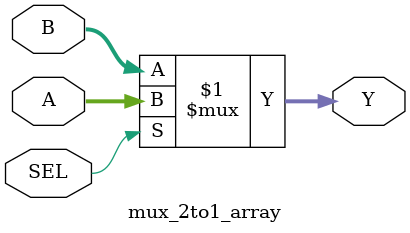
<source format=v>

module mux_2to1_array
(
  input [3:0] A,
  input [3:0] B,
  input SEL,
  output [3:0] Y
);

  assign Y = (SEL)? A : B;

endmodule

</source>
